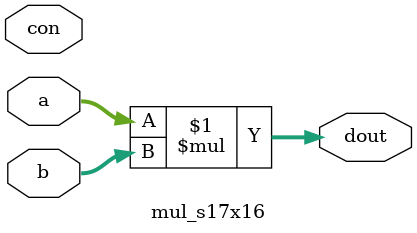
<source format=v>

module mul_s17x16 (
	a, b, dout, con
);
	input signed [16:0] a;
	input signed [15:0] b;
	output signed [32:0] dout;
	input con;

	// t« s17 x s16 = s33
	assign dout = a * b;

endmodule

</source>
